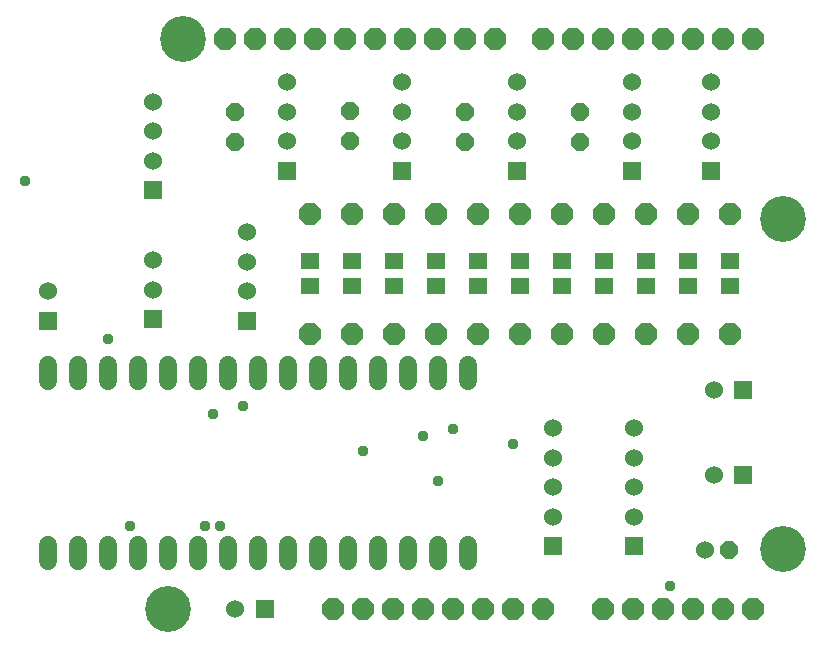
<source format=gbr>
G04 EAGLE Gerber RS-274X export*
G75*
%MOMM*%
%FSLAX34Y34*%
%LPD*%
%INSoldermask Top*%
%IPPOS*%
%AMOC8*
5,1,8,0,0,1.08239X$1,22.5*%
G01*
%ADD10C,3.886200*%
%ADD11P,2.034460X8X22.500000*%
%ADD12P,1.649562X8X112.500000*%
%ADD13P,2.034460X8X112.500000*%
%ADD14R,1.600000X1.400000*%
%ADD15P,2.034460X8X292.500000*%
%ADD16C,1.511200*%
%ADD17R,1.524000X1.524000*%
%ADD18C,1.524000*%
%ADD19P,1.649562X8X22.500000*%
%ADD20C,0.959600*%


D10*
X368300Y596900D03*
X355600Y114300D03*
X876300Y165100D03*
X876300Y444500D03*
D11*
X749300Y596900D03*
X723900Y114300D03*
X774700Y596900D03*
X800100Y596900D03*
X825500Y596900D03*
X850900Y596900D03*
X723900Y596900D03*
X698500Y596900D03*
X673100Y596900D03*
X632460Y596900D03*
X607060Y596900D03*
X581660Y596900D03*
X556260Y596900D03*
X530860Y596900D03*
X505460Y596900D03*
X480060Y596900D03*
X454660Y596900D03*
X749300Y114300D03*
X774700Y114300D03*
X800100Y114300D03*
X825500Y114300D03*
X850900Y114300D03*
X673100Y114300D03*
X647700Y114300D03*
X622300Y114300D03*
X596900Y114300D03*
X571500Y114300D03*
X546100Y114300D03*
X429260Y596900D03*
X403860Y596900D03*
X520700Y114300D03*
X495300Y114300D03*
D12*
X412750Y509270D03*
X412750Y534670D03*
X510094Y510540D03*
X510094Y535940D03*
X607439Y509270D03*
X607439Y534670D03*
X704783Y509270D03*
X704783Y534670D03*
D13*
X582930Y347218D03*
X582930Y448818D03*
D14*
X582930Y387764D03*
X582930Y408272D03*
D13*
X618490Y347218D03*
X618490Y448818D03*
D14*
X618490Y387764D03*
X618490Y408272D03*
D13*
X654050Y347218D03*
X654050Y448818D03*
D14*
X654050Y387764D03*
X654050Y408272D03*
D13*
X689610Y347218D03*
X689610Y448818D03*
D14*
X689610Y387764D03*
X689610Y408272D03*
D13*
X725170Y347218D03*
X725170Y448818D03*
D14*
X725170Y387764D03*
X725170Y408272D03*
D13*
X760730Y347218D03*
X760730Y448818D03*
D14*
X760730Y387764D03*
X760730Y408272D03*
D15*
X796290Y448818D03*
X796290Y347218D03*
D14*
X796290Y408272D03*
X796290Y387764D03*
D15*
X831850Y448818D03*
X831850Y347218D03*
D14*
X831850Y408272D03*
X831850Y387764D03*
D16*
X254000Y167830D02*
X254000Y154750D01*
X279400Y154750D02*
X279400Y167830D01*
X304800Y167830D02*
X304800Y154750D01*
X330200Y154750D02*
X330200Y167830D01*
X355600Y167830D02*
X355600Y154750D01*
X381000Y154750D02*
X381000Y167830D01*
X406400Y167830D02*
X406400Y154750D01*
X431800Y154750D02*
X431800Y167830D01*
X457200Y167830D02*
X457200Y154750D01*
X482600Y154750D02*
X482600Y167830D01*
X508000Y167830D02*
X508000Y154750D01*
X533400Y154750D02*
X533400Y167830D01*
X558800Y167830D02*
X558800Y154750D01*
X584200Y154750D02*
X584200Y167830D01*
X609600Y167830D02*
X609600Y154750D01*
X609600Y307150D02*
X609600Y320230D01*
X584200Y320230D02*
X584200Y307150D01*
X558800Y307150D02*
X558800Y320230D01*
X533400Y320230D02*
X533400Y307150D01*
X508000Y307150D02*
X508000Y320230D01*
X482600Y320230D02*
X482600Y307150D01*
X457200Y307150D02*
X457200Y320230D01*
X431800Y320230D02*
X431800Y307150D01*
X406400Y307150D02*
X406400Y320230D01*
X381000Y320230D02*
X381000Y307150D01*
X355600Y307150D02*
X355600Y320230D01*
X330200Y320230D02*
X330200Y307150D01*
X304800Y307150D02*
X304800Y320230D01*
X279400Y320230D02*
X279400Y307150D01*
X254000Y307150D02*
X254000Y320230D01*
D17*
X342650Y359140D03*
D18*
X342650Y384140D03*
X342650Y409140D03*
D17*
X342900Y468630D03*
D18*
X342900Y493630D03*
X342900Y518630D03*
X342900Y543630D03*
D17*
X815340Y485140D03*
D18*
X815340Y510140D03*
X815340Y535140D03*
X815340Y560140D03*
D17*
X456172Y485140D03*
D18*
X456172Y510140D03*
X456172Y535140D03*
X456172Y560140D03*
D17*
X553516Y485140D03*
D18*
X553516Y510140D03*
X553516Y535140D03*
X553516Y560140D03*
D17*
X650861Y485140D03*
D18*
X650861Y510140D03*
X650861Y535140D03*
X650861Y560140D03*
D17*
X748205Y485140D03*
D18*
X748205Y510140D03*
X748205Y535140D03*
X748205Y560140D03*
D17*
X842880Y299720D03*
D18*
X817880Y299720D03*
D17*
X842880Y227330D03*
D18*
X817880Y227330D03*
D13*
X476250Y347218D03*
X476250Y448818D03*
D14*
X476250Y387764D03*
X476250Y408272D03*
D13*
X547370Y347218D03*
X547370Y448818D03*
D14*
X547370Y387764D03*
X547370Y408272D03*
D17*
X681990Y167170D03*
D18*
X681990Y192170D03*
X681990Y217170D03*
X681990Y242170D03*
X681990Y267170D03*
D17*
X750570Y167170D03*
D18*
X750570Y192170D03*
X750570Y217170D03*
X750570Y242170D03*
X750570Y267170D03*
D17*
X437750Y114300D03*
D18*
X412750Y114300D03*
D19*
X830580Y163830D03*
D18*
X810260Y163830D03*
D17*
X254000Y358140D03*
D18*
X254000Y383140D03*
D13*
X511810Y347218D03*
X511810Y448818D03*
D14*
X511810Y387764D03*
X511810Y408272D03*
D17*
X422910Y358140D03*
D18*
X422910Y383140D03*
X422910Y408140D03*
X422910Y433140D03*
D20*
X393700Y279400D03*
X419100Y285750D03*
X234950Y476250D03*
X304800Y342900D03*
X571500Y260350D03*
X596900Y266700D03*
X647700Y254000D03*
X781050Y133350D03*
X520700Y247650D03*
X400050Y184150D03*
X584200Y222250D03*
X387350Y184150D03*
X323850Y184150D03*
M02*

</source>
